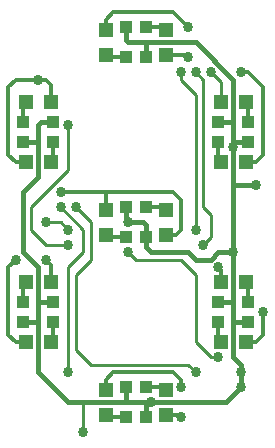
<source format=gtl>
G75*
G70*
%OFA0B0*%
%FSLAX24Y24*%
%IPPOS*%
%LPD*%
%AMOC8*
5,1,8,0,0,1.08239X$1,22.5*
%
%ADD10R,0.0472X0.0472*%
%ADD11R,0.0394X0.0433*%
%ADD12R,0.0433X0.0394*%
%ADD13C,0.0120*%
%ADD14C,0.0340*%
%ADD15C,0.0100*%
%ADD16C,0.0160*%
D10*
X004850Y002187D03*
X006850Y002187D03*
X006850Y003013D03*
X004850Y003013D03*
X003013Y004600D03*
X002187Y004600D03*
X002187Y006600D03*
X003013Y006600D03*
X004850Y008187D03*
X006850Y008187D03*
X006850Y009013D03*
X004850Y009013D03*
X003013Y010600D03*
X002187Y010600D03*
X002187Y012600D03*
X003013Y012600D03*
X004850Y014187D03*
X006850Y014187D03*
X006850Y015013D03*
X004850Y015013D03*
X008687Y012600D03*
X009513Y012600D03*
X009513Y010600D03*
X008687Y010600D03*
X008687Y006600D03*
X009513Y006600D03*
X009513Y004600D03*
X008687Y004600D03*
D11*
X008600Y005265D03*
X009600Y005265D03*
X009600Y005935D03*
X008600Y005935D03*
X003100Y005935D03*
X002100Y005935D03*
X002100Y005265D03*
X003100Y005265D03*
X003100Y011265D03*
X002100Y011265D03*
X002100Y011935D03*
X003100Y011935D03*
X008600Y011935D03*
X009600Y011935D03*
X009600Y011265D03*
X008600Y011265D03*
D12*
X006185Y009100D03*
X005515Y009100D03*
X005515Y008100D03*
X006185Y008100D03*
X006185Y003100D03*
X005515Y003100D03*
X005515Y002100D03*
X006185Y002100D03*
X006185Y014100D03*
X005515Y014100D03*
X005515Y015100D03*
X006185Y015100D03*
D13*
X006850Y015100D01*
X006850Y015013D01*
X007100Y015600D02*
X007600Y015100D01*
X007100Y015600D02*
X005100Y015600D01*
X004850Y015350D01*
X004850Y015013D01*
X004850Y014187D02*
X004850Y014100D01*
X005515Y014100D01*
X006850Y014187D02*
X007437Y014187D01*
X007523Y014100D01*
X007600Y014100D01*
X009350Y013600D02*
X009600Y013600D01*
X010100Y013100D01*
X010100Y010850D01*
X009850Y010600D01*
X009513Y010600D01*
X008687Y010600D02*
X008600Y010600D01*
X008600Y011265D01*
X009600Y011935D02*
X009600Y012600D01*
X009513Y012600D01*
X003013Y012600D02*
X003013Y013187D01*
X002850Y013350D01*
X002600Y013350D01*
X001850Y013350D01*
X001600Y013100D01*
X001600Y010850D01*
X001850Y010600D01*
X002187Y010600D01*
X003013Y010600D02*
X003100Y010600D01*
X003100Y011265D01*
X002100Y011935D02*
X002100Y012600D01*
X002187Y012600D01*
X003350Y009600D02*
X004850Y009600D01*
X004850Y009100D01*
X004850Y009600D02*
X007100Y009600D01*
X007350Y009350D01*
X007350Y008350D01*
X007187Y008187D01*
X006850Y008187D01*
X005515Y008100D02*
X004850Y008100D01*
X004850Y008187D01*
X006185Y009100D02*
X006850Y009100D01*
X006850Y009013D01*
X003013Y007187D02*
X002850Y007350D01*
X003013Y007187D02*
X003013Y006600D01*
X002187Y006600D02*
X002100Y006600D01*
X002100Y005935D01*
X003100Y005265D02*
X003100Y004600D01*
X003013Y004600D01*
X002187Y004600D02*
X001850Y004600D01*
X001600Y004850D01*
X001600Y007100D01*
X001850Y007350D01*
X008600Y007100D02*
X008687Y007013D01*
X008687Y006600D01*
X009513Y006600D02*
X009600Y006600D01*
X009600Y005935D01*
X010100Y005600D02*
X010100Y004850D01*
X009850Y004600D01*
X009513Y004600D01*
X008687Y004600D02*
X008600Y004600D01*
X008600Y005265D01*
X007100Y003600D02*
X005100Y003600D01*
X004850Y003350D01*
X004850Y003013D01*
X006185Y003100D02*
X006850Y003100D01*
X006850Y003013D01*
X007350Y003100D02*
X007350Y003350D01*
X007100Y003600D01*
X007263Y002187D02*
X006850Y002187D01*
X007263Y002187D02*
X007350Y002100D01*
X005515Y002100D02*
X004850Y002100D01*
X004850Y002187D01*
X002187Y004600D02*
X002100Y004600D01*
D14*
X004100Y001600D03*
X006350Y002600D03*
X007350Y002100D03*
X007350Y003100D03*
X007850Y003600D03*
X008600Y004100D03*
X009350Y003600D03*
X009350Y003100D03*
X003600Y003600D03*
X010100Y005600D03*
X008600Y007100D03*
X009100Y007600D03*
X008100Y007850D03*
X007850Y008350D03*
X005600Y008600D03*
X003850Y009100D03*
X003350Y009100D03*
X002850Y008600D03*
X003600Y008350D03*
X003600Y007850D03*
X002850Y007350D03*
X001850Y007350D03*
X005600Y007600D03*
X003350Y009600D03*
X009100Y011100D03*
X009850Y009850D03*
X003600Y011850D03*
X002600Y013350D03*
X007350Y013600D03*
X007850Y013600D03*
X008350Y013600D03*
X007600Y014100D03*
X009350Y013600D03*
X007600Y015100D03*
D15*
X007350Y013600D02*
X007350Y013350D01*
X007850Y012850D01*
X007850Y008350D01*
X008350Y008100D02*
X008350Y008850D01*
X008100Y009100D01*
X008100Y013350D01*
X007850Y013600D01*
X008350Y013600D02*
X008687Y013263D01*
X008687Y012600D01*
X003600Y011850D02*
X003600Y010350D01*
X002350Y009100D01*
X002350Y008350D01*
X002850Y007850D01*
X003600Y007850D01*
X004100Y007600D02*
X003600Y007100D01*
X003600Y003600D01*
X004350Y003850D02*
X007600Y003850D01*
X007850Y003600D01*
X008350Y004100D02*
X008600Y004100D01*
X008350Y004100D02*
X007850Y004600D01*
X007850Y006850D01*
X007350Y007350D01*
X005850Y007350D01*
X005600Y007600D01*
X004350Y007350D02*
X003850Y006850D01*
X003850Y004350D01*
X004350Y003850D01*
X004100Y002600D02*
X004100Y001600D01*
X004350Y007350D02*
X004350Y008600D01*
X003850Y009100D01*
X003350Y009100D02*
X004100Y008350D01*
X004100Y007600D01*
X003600Y008350D02*
X003350Y008600D01*
X002850Y008600D01*
X008100Y007850D02*
X008350Y008100D01*
D16*
X008600Y007600D02*
X008350Y007350D01*
X007850Y007350D01*
X007600Y007600D01*
X006350Y007600D01*
X006185Y007765D01*
X006185Y008100D01*
X006185Y008515D01*
X006100Y008600D01*
X005600Y008600D01*
X005515Y008685D01*
X005515Y009100D01*
X004850Y009100D02*
X004850Y009013D01*
X002600Y010100D02*
X002100Y009600D01*
X002100Y007600D01*
X002600Y007100D01*
X002600Y005935D01*
X002600Y005265D01*
X002100Y005265D01*
X002600Y005265D02*
X002600Y003600D01*
X003600Y002600D01*
X004100Y002600D01*
X005515Y002600D01*
X006350Y002600D01*
X006185Y002600D01*
X006185Y002100D01*
X006350Y002600D02*
X008850Y002600D01*
X009350Y003100D01*
X009350Y003600D01*
X009350Y003850D01*
X009100Y004100D01*
X009100Y005265D01*
X009100Y005935D01*
X008600Y005935D01*
X009100Y005935D02*
X009100Y007600D01*
X008600Y007600D01*
X009100Y007600D02*
X009100Y009850D01*
X009850Y009850D01*
X009100Y009850D02*
X009100Y011100D01*
X009100Y011265D01*
X009100Y011935D01*
X008600Y011935D01*
X009100Y011935D02*
X009100Y013350D01*
X007850Y014600D01*
X006185Y014600D01*
X005600Y014600D01*
X005515Y014685D01*
X005515Y015100D01*
X006185Y014600D02*
X006185Y014100D01*
X003100Y011935D02*
X002685Y011935D01*
X002600Y011850D01*
X002600Y011265D01*
X002600Y010100D01*
X002600Y011265D02*
X002100Y011265D01*
X009100Y011265D02*
X009600Y011265D01*
X003100Y005935D02*
X002600Y005935D01*
X009100Y005265D02*
X009600Y005265D01*
X005515Y003100D02*
X005515Y002600D01*
M02*

</source>
